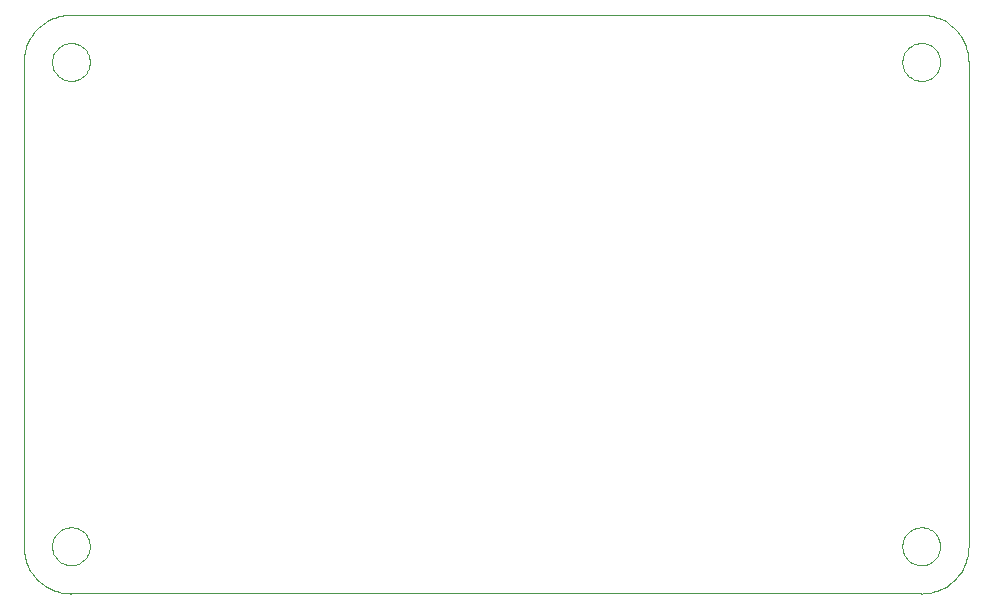
<source format=gtp>
G75*
%MOIN*%
%OFA0B0*%
%FSLAX24Y24*%
%IPPOS*%
%LPD*%
%AMOC8*
5,1,8,0,0,1.08239X$1,22.5*
%
%ADD10C,0.0000*%
D10*
X006993Y003416D02*
X035339Y003416D01*
X034709Y004990D02*
X034711Y005040D01*
X034717Y005090D01*
X034727Y005139D01*
X034741Y005187D01*
X034758Y005234D01*
X034779Y005279D01*
X034804Y005323D01*
X034832Y005364D01*
X034864Y005403D01*
X034898Y005440D01*
X034935Y005474D01*
X034975Y005504D01*
X035017Y005531D01*
X035061Y005555D01*
X035107Y005576D01*
X035154Y005592D01*
X035202Y005605D01*
X035252Y005614D01*
X035301Y005619D01*
X035352Y005620D01*
X035402Y005617D01*
X035451Y005610D01*
X035500Y005599D01*
X035548Y005584D01*
X035594Y005566D01*
X035639Y005544D01*
X035682Y005518D01*
X035723Y005489D01*
X035762Y005457D01*
X035798Y005422D01*
X035830Y005384D01*
X035860Y005344D01*
X035887Y005301D01*
X035910Y005257D01*
X035929Y005211D01*
X035945Y005163D01*
X035957Y005114D01*
X035965Y005065D01*
X035969Y005015D01*
X035969Y004965D01*
X035965Y004915D01*
X035957Y004866D01*
X035945Y004817D01*
X035929Y004769D01*
X035910Y004723D01*
X035887Y004679D01*
X035860Y004636D01*
X035830Y004596D01*
X035798Y004558D01*
X035762Y004523D01*
X035723Y004491D01*
X035682Y004462D01*
X035639Y004436D01*
X035594Y004414D01*
X035548Y004396D01*
X035500Y004381D01*
X035451Y004370D01*
X035402Y004363D01*
X035352Y004360D01*
X035301Y004361D01*
X035252Y004366D01*
X035202Y004375D01*
X035154Y004388D01*
X035107Y004404D01*
X035061Y004425D01*
X035017Y004449D01*
X034975Y004476D01*
X034935Y004506D01*
X034898Y004540D01*
X034864Y004577D01*
X034832Y004616D01*
X034804Y004657D01*
X034779Y004701D01*
X034758Y004746D01*
X034741Y004793D01*
X034727Y004841D01*
X034717Y004890D01*
X034711Y004940D01*
X034709Y004990D01*
X035339Y003415D02*
X035416Y003417D01*
X035493Y003423D01*
X035570Y003432D01*
X035646Y003445D01*
X035722Y003462D01*
X035796Y003483D01*
X035870Y003507D01*
X035942Y003535D01*
X036012Y003566D01*
X036081Y003601D01*
X036149Y003639D01*
X036214Y003680D01*
X036277Y003725D01*
X036338Y003773D01*
X036397Y003823D01*
X036453Y003876D01*
X036506Y003932D01*
X036556Y003991D01*
X036604Y004052D01*
X036649Y004115D01*
X036690Y004180D01*
X036728Y004248D01*
X036763Y004317D01*
X036794Y004387D01*
X036822Y004459D01*
X036846Y004533D01*
X036867Y004607D01*
X036884Y004683D01*
X036897Y004759D01*
X036906Y004836D01*
X036912Y004913D01*
X036914Y004990D01*
X036914Y021132D01*
X034709Y021132D02*
X034711Y021182D01*
X034717Y021232D01*
X034727Y021281D01*
X034741Y021329D01*
X034758Y021376D01*
X034779Y021421D01*
X034804Y021465D01*
X034832Y021506D01*
X034864Y021545D01*
X034898Y021582D01*
X034935Y021616D01*
X034975Y021646D01*
X035017Y021673D01*
X035061Y021697D01*
X035107Y021718D01*
X035154Y021734D01*
X035202Y021747D01*
X035252Y021756D01*
X035301Y021761D01*
X035352Y021762D01*
X035402Y021759D01*
X035451Y021752D01*
X035500Y021741D01*
X035548Y021726D01*
X035594Y021708D01*
X035639Y021686D01*
X035682Y021660D01*
X035723Y021631D01*
X035762Y021599D01*
X035798Y021564D01*
X035830Y021526D01*
X035860Y021486D01*
X035887Y021443D01*
X035910Y021399D01*
X035929Y021353D01*
X035945Y021305D01*
X035957Y021256D01*
X035965Y021207D01*
X035969Y021157D01*
X035969Y021107D01*
X035965Y021057D01*
X035957Y021008D01*
X035945Y020959D01*
X035929Y020911D01*
X035910Y020865D01*
X035887Y020821D01*
X035860Y020778D01*
X035830Y020738D01*
X035798Y020700D01*
X035762Y020665D01*
X035723Y020633D01*
X035682Y020604D01*
X035639Y020578D01*
X035594Y020556D01*
X035548Y020538D01*
X035500Y020523D01*
X035451Y020512D01*
X035402Y020505D01*
X035352Y020502D01*
X035301Y020503D01*
X035252Y020508D01*
X035202Y020517D01*
X035154Y020530D01*
X035107Y020546D01*
X035061Y020567D01*
X035017Y020591D01*
X034975Y020618D01*
X034935Y020648D01*
X034898Y020682D01*
X034864Y020719D01*
X034832Y020758D01*
X034804Y020799D01*
X034779Y020843D01*
X034758Y020888D01*
X034741Y020935D01*
X034727Y020983D01*
X034717Y021032D01*
X034711Y021082D01*
X034709Y021132D01*
X035339Y022707D02*
X035416Y022705D01*
X035493Y022699D01*
X035570Y022690D01*
X035646Y022677D01*
X035722Y022660D01*
X035796Y022639D01*
X035870Y022615D01*
X035942Y022587D01*
X036012Y022556D01*
X036081Y022521D01*
X036149Y022483D01*
X036214Y022442D01*
X036277Y022397D01*
X036338Y022349D01*
X036397Y022299D01*
X036453Y022246D01*
X036506Y022190D01*
X036556Y022131D01*
X036604Y022070D01*
X036649Y022007D01*
X036690Y021942D01*
X036728Y021874D01*
X036763Y021805D01*
X036794Y021735D01*
X036822Y021663D01*
X036846Y021589D01*
X036867Y021515D01*
X036884Y021439D01*
X036897Y021363D01*
X036906Y021286D01*
X036912Y021209D01*
X036914Y021132D01*
X035339Y022707D02*
X006993Y022707D01*
X006363Y021132D02*
X006365Y021182D01*
X006371Y021232D01*
X006381Y021281D01*
X006395Y021329D01*
X006412Y021376D01*
X006433Y021421D01*
X006458Y021465D01*
X006486Y021506D01*
X006518Y021545D01*
X006552Y021582D01*
X006589Y021616D01*
X006629Y021646D01*
X006671Y021673D01*
X006715Y021697D01*
X006761Y021718D01*
X006808Y021734D01*
X006856Y021747D01*
X006906Y021756D01*
X006955Y021761D01*
X007006Y021762D01*
X007056Y021759D01*
X007105Y021752D01*
X007154Y021741D01*
X007202Y021726D01*
X007248Y021708D01*
X007293Y021686D01*
X007336Y021660D01*
X007377Y021631D01*
X007416Y021599D01*
X007452Y021564D01*
X007484Y021526D01*
X007514Y021486D01*
X007541Y021443D01*
X007564Y021399D01*
X007583Y021353D01*
X007599Y021305D01*
X007611Y021256D01*
X007619Y021207D01*
X007623Y021157D01*
X007623Y021107D01*
X007619Y021057D01*
X007611Y021008D01*
X007599Y020959D01*
X007583Y020911D01*
X007564Y020865D01*
X007541Y020821D01*
X007514Y020778D01*
X007484Y020738D01*
X007452Y020700D01*
X007416Y020665D01*
X007377Y020633D01*
X007336Y020604D01*
X007293Y020578D01*
X007248Y020556D01*
X007202Y020538D01*
X007154Y020523D01*
X007105Y020512D01*
X007056Y020505D01*
X007006Y020502D01*
X006955Y020503D01*
X006906Y020508D01*
X006856Y020517D01*
X006808Y020530D01*
X006761Y020546D01*
X006715Y020567D01*
X006671Y020591D01*
X006629Y020618D01*
X006589Y020648D01*
X006552Y020682D01*
X006518Y020719D01*
X006486Y020758D01*
X006458Y020799D01*
X006433Y020843D01*
X006412Y020888D01*
X006395Y020935D01*
X006381Y020983D01*
X006371Y021032D01*
X006365Y021082D01*
X006363Y021132D01*
X005418Y021132D02*
X005420Y021209D01*
X005426Y021286D01*
X005435Y021363D01*
X005448Y021439D01*
X005465Y021515D01*
X005486Y021589D01*
X005510Y021663D01*
X005538Y021735D01*
X005569Y021805D01*
X005604Y021874D01*
X005642Y021942D01*
X005683Y022007D01*
X005728Y022070D01*
X005776Y022131D01*
X005826Y022190D01*
X005879Y022246D01*
X005935Y022299D01*
X005994Y022349D01*
X006055Y022397D01*
X006118Y022442D01*
X006183Y022483D01*
X006251Y022521D01*
X006320Y022556D01*
X006390Y022587D01*
X006462Y022615D01*
X006536Y022639D01*
X006610Y022660D01*
X006686Y022677D01*
X006762Y022690D01*
X006839Y022699D01*
X006916Y022705D01*
X006993Y022707D01*
X005418Y021132D02*
X005418Y004990D01*
X006363Y004990D02*
X006365Y005040D01*
X006371Y005090D01*
X006381Y005139D01*
X006395Y005187D01*
X006412Y005234D01*
X006433Y005279D01*
X006458Y005323D01*
X006486Y005364D01*
X006518Y005403D01*
X006552Y005440D01*
X006589Y005474D01*
X006629Y005504D01*
X006671Y005531D01*
X006715Y005555D01*
X006761Y005576D01*
X006808Y005592D01*
X006856Y005605D01*
X006906Y005614D01*
X006955Y005619D01*
X007006Y005620D01*
X007056Y005617D01*
X007105Y005610D01*
X007154Y005599D01*
X007202Y005584D01*
X007248Y005566D01*
X007293Y005544D01*
X007336Y005518D01*
X007377Y005489D01*
X007416Y005457D01*
X007452Y005422D01*
X007484Y005384D01*
X007514Y005344D01*
X007541Y005301D01*
X007564Y005257D01*
X007583Y005211D01*
X007599Y005163D01*
X007611Y005114D01*
X007619Y005065D01*
X007623Y005015D01*
X007623Y004965D01*
X007619Y004915D01*
X007611Y004866D01*
X007599Y004817D01*
X007583Y004769D01*
X007564Y004723D01*
X007541Y004679D01*
X007514Y004636D01*
X007484Y004596D01*
X007452Y004558D01*
X007416Y004523D01*
X007377Y004491D01*
X007336Y004462D01*
X007293Y004436D01*
X007248Y004414D01*
X007202Y004396D01*
X007154Y004381D01*
X007105Y004370D01*
X007056Y004363D01*
X007006Y004360D01*
X006955Y004361D01*
X006906Y004366D01*
X006856Y004375D01*
X006808Y004388D01*
X006761Y004404D01*
X006715Y004425D01*
X006671Y004449D01*
X006629Y004476D01*
X006589Y004506D01*
X006552Y004540D01*
X006518Y004577D01*
X006486Y004616D01*
X006458Y004657D01*
X006433Y004701D01*
X006412Y004746D01*
X006395Y004793D01*
X006381Y004841D01*
X006371Y004890D01*
X006365Y004940D01*
X006363Y004990D01*
X005418Y004990D02*
X005420Y004913D01*
X005426Y004836D01*
X005435Y004759D01*
X005448Y004683D01*
X005465Y004607D01*
X005486Y004533D01*
X005510Y004459D01*
X005538Y004387D01*
X005569Y004317D01*
X005604Y004248D01*
X005642Y004180D01*
X005683Y004115D01*
X005728Y004052D01*
X005776Y003991D01*
X005826Y003932D01*
X005879Y003876D01*
X005935Y003823D01*
X005994Y003773D01*
X006055Y003725D01*
X006118Y003680D01*
X006183Y003639D01*
X006251Y003601D01*
X006320Y003566D01*
X006390Y003535D01*
X006462Y003507D01*
X006536Y003483D01*
X006610Y003462D01*
X006686Y003445D01*
X006762Y003432D01*
X006839Y003423D01*
X006916Y003417D01*
X006993Y003415D01*
M02*

</source>
